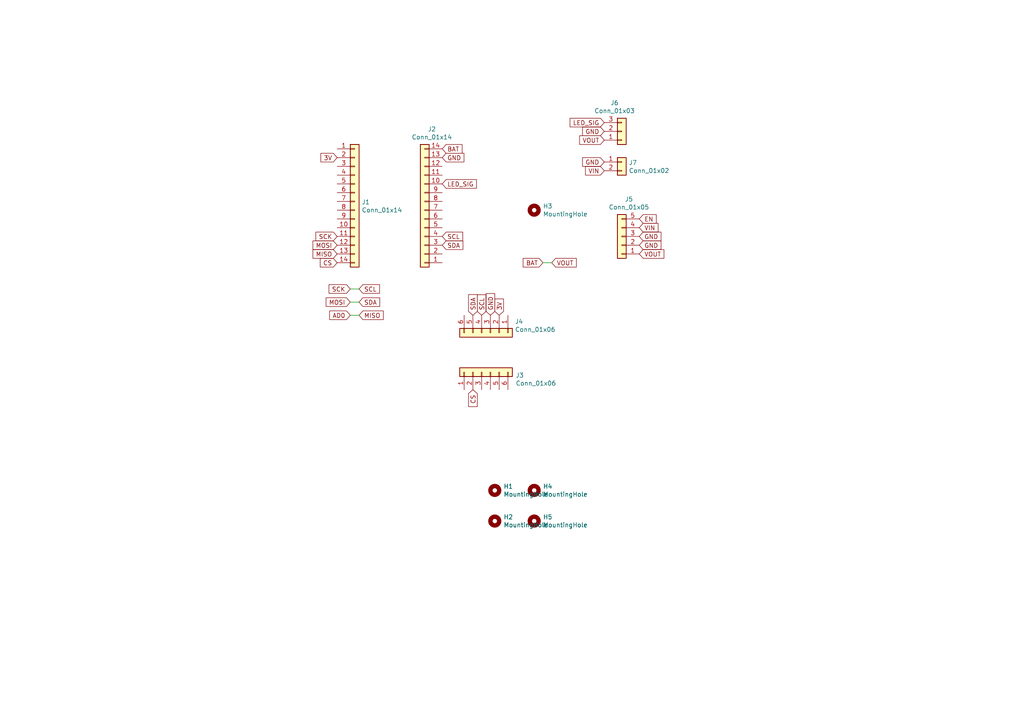
<source format=kicad_sch>
(kicad_sch (version 20230121) (generator eeschema)
  (paper "A4")
  (lib_symbols
    (symbol "Connector_Generic:Conn_01x02" (pin_names (offset 1.016) hide)
      (property "Reference" "J" (at 0 2.54 0))
      (property "Value" "Conn_01x02" (at 0 -5.08 0))
      (symbol "Conn_01x02_1_1"
        (rectangle (start -1.27 -2.413) (end 0 -2.667) (stroke (width 0.1524)))
        (rectangle (start -1.27 0.127) (end 0 -0.127) (stroke (width 0.1524)))
        (rectangle (start -1.27 1.27) (end 1.27 -3.81) (stroke (width 0.254)) (fill (type background)))
        (pin passive line (at -5.08 0 0) (length 3.81) (name "Pin_1") (number "1"))
        (pin passive line (at -5.08 -2.54 0) (length 3.81) (name "Pin_2") (number "2"))
      )
    )
    (symbol "Connector_Generic:Conn_01x03" (pin_names (offset 1.016) hide)
      (property "Reference" "J" (at 0 5.08 0))
      (property "Value" "Conn_01x03" (at 0 -5.08 0))
      (symbol "Conn_01x03_1_1"
        (rectangle (start -1.27 -2.413) (end 0 -2.667) (stroke (width 0.1524)))
        (rectangle (start -1.27 0.127) (end 0 -0.127) (stroke (width 0.1524)))
        (rectangle (start -1.27 2.667) (end 0 2.413) (stroke (width 0.1524)))
        (rectangle (start -1.27 3.81) (end 1.27 -3.81) (stroke (width 0.254)) (fill (type background)))
        (pin passive line (at -5.08 2.54 0) (length 3.81) (name "Pin_1") (number "1"))
        (pin passive line (at -5.08 0 0) (length 3.81) (name "Pin_2") (number "2"))
        (pin passive line (at -5.08 -2.54 0) (length 3.81) (name "Pin_3") (number "3"))
      )
    )
    (symbol "Connector_Generic:Conn_01x05" (pin_names (offset 1.016) hide)
      (property "Reference" "J" (at 0 7.62 0))
      (property "Value" "Conn_01x05" (at 0 -7.62 0))
      (symbol "Conn_01x05_1_1"
        (rectangle (start -1.27 -4.953) (end 0 -5.207) (stroke (width 0.1524)))
        (rectangle (start -1.27 -2.413) (end 0 -2.667) (stroke (width 0.1524)))
        (rectangle (start -1.27 0.127) (end 0 -0.127) (stroke (width 0.1524)))
        (rectangle (start -1.27 2.667) (end 0 2.413) (stroke (width 0.1524)))
        (rectangle (start -1.27 5.207) (end 0 4.953) (stroke (width 0.1524)))
        (rectangle (start -1.27 6.35) (end 1.27 -6.35) (stroke (width 0.254)) (fill (type background)))
        (pin passive line (at -5.08 5.08 0) (length 3.81) (name "Pin_1") (number "1"))
        (pin passive line (at -5.08 2.54 0) (length 3.81) (name "Pin_2") (number "2"))
        (pin passive line (at -5.08 0 0) (length 3.81) (name "Pin_3") (number "3"))
        (pin passive line (at -5.08 -2.54 0) (length 3.81) (name "Pin_4") (number "4"))
        (pin passive line (at -5.08 -5.08 0) (length 3.81) (name "Pin_5") (number "5"))
      )
    )
    (symbol "Connector_Generic:Conn_01x06" (pin_names (offset 1.016) hide)
      (property "Reference" "J" (at 0 7.62 0))
      (property "Value" "Conn_01x06" (at 0 -10.16 0))
      (symbol "Conn_01x06_1_1"
        (rectangle (start -1.27 -7.493) (end 0 -7.747) (stroke (width 0.1524)))
        (rectangle (start -1.27 -4.953) (end 0 -5.207) (stroke (width 0.1524)))
        (rectangle (start -1.27 -2.413) (end 0 -2.667) (stroke (width 0.1524)))
        (rectangle (start -1.27 0.127) (end 0 -0.127) (stroke (width 0.1524)))
        (rectangle (start -1.27 2.667) (end 0 2.413) (stroke (width 0.1524)))
        (rectangle (start -1.27 5.207) (end 0 4.953) (stroke (width 0.1524)))
        (rectangle (start -1.27 6.35) (end 1.27 -8.89) (stroke (width 0.254)) (fill (type background)))
        (pin passive line (at -5.08 5.08 0) (length 3.81) (name "Pin_1") (number "1"))
        (pin passive line (at -5.08 2.54 0) (length 3.81) (name "Pin_2") (number "2"))
        (pin passive line (at -5.08 0 0) (length 3.81) (name "Pin_3") (number "3"))
        (pin passive line (at -5.08 -2.54 0) (length 3.81) (name "Pin_4") (number "4"))
        (pin passive line (at -5.08 -5.08 0) (length 3.81) (name "Pin_5") (number "5"))
        (pin passive line (at -5.08 -7.62 0) (length 3.81) (name "Pin_6") (number "6"))
      )
    )
    (symbol "Connector_Generic:Conn_01x14" (pin_names (offset 1.016) hide)
      (property "Reference" "J" (at 0 17.78 0))
      (property "Value" "Conn_01x14" (at 0 -20.32 0))
      (symbol "Conn_01x14_1_1"
        (rectangle (start -1.27 -17.653) (end 0 -17.907) (stroke (width 0.1524)))
        (rectangle (start -1.27 -15.113) (end 0 -15.367) (stroke (width 0.1524)))
        (rectangle (start -1.27 -12.573) (end 0 -12.827) (stroke (width 0.1524)))
        (rectangle (start -1.27 -10.033) (end 0 -10.287) (stroke (width 0.1524)))
        (rectangle (start -1.27 -7.493) (end 0 -7.747) (stroke (width 0.1524)))
        (rectangle (start -1.27 -4.953) (end 0 -5.207) (stroke (width 0.1524)))
        (rectangle (start -1.27 -2.413) (end 0 -2.667) (stroke (width 0.1524)))
        (rectangle (start -1.27 0.127) (end 0 -0.127) (stroke (width 0.1524)))
        (rectangle (start -1.27 2.667) (end 0 2.413) (stroke (width 0.1524)))
        (rectangle (start -1.27 5.207) (end 0 4.953) (stroke (width 0.1524)))
        (rectangle (start -1.27 7.747) (end 0 7.493) (stroke (width 0.1524)))
        (rectangle (start -1.27 10.287) (end 0 10.033) (stroke (width 0.1524)))
        (rectangle (start -1.27 12.827) (end 0 12.573) (stroke (width 0.1524)))
        (rectangle (start -1.27 15.367) (end 0 15.113) (stroke (width 0.1524)))
        (rectangle (start -1.27 16.51) (end 1.27 -19.05) (stroke (width 0.254)) (fill (type background)))
        (pin passive line (at -5.08 15.24 0) (length 3.81) (name "Pin_1") (number "1"))
        (pin passive line (at -5.08 -7.62 0) (length 3.81) (name "Pin_10") (number "10"))
        (pin passive line (at -5.08 -10.16 0) (length 3.81) (name "Pin_11") (number "11"))
        (pin passive line (at -5.08 -12.7 0) (length 3.81) (name "Pin_12") (number "12"))
        (pin passive line (at -5.08 -15.24 0) (length 3.81) (name "Pin_13") (number "13"))
        (pin passive line (at -5.08 -17.78 0) (length 3.81) (name "Pin_14") (number "14"))
        (pin passive line (at -5.08 12.7 0) (length 3.81) (name "Pin_2") (number "2"))
        (pin passive line (at -5.08 10.16 0) (length 3.81) (name "Pin_3") (number "3"))
        (pin passive line (at -5.08 7.62 0) (length 3.81) (name "Pin_4") (number "4"))
        (pin passive line (at -5.08 5.08 0) (length 3.81) (name "Pin_5") (number "5"))
        (pin passive line (at -5.08 2.54 0) (length 3.81) (name "Pin_6") (number "6"))
        (pin passive line (at -5.08 0 0) (length 3.81) (name "Pin_7") (number "7"))
        (pin passive line (at -5.08 -2.54 0) (length 3.81) (name "Pin_8") (number "8"))
        (pin passive line (at -5.08 -5.08 0) (length 3.81) (name "Pin_9") (number "9"))
      )
    )
    (symbol "Mechanical:MountingHole" (pin_names (offset 1.016))
      (property "Reference" "H" (at 0 5.08 0))
      (property "Value" "MountingHole" (at 0 3.175 0))
      (symbol "MountingHole_0_1"
        (circle (center 0 0) (radius 1.27) (stroke (width 1.27)))
      )
    )
  )
  (wire (pts (xy 101.6 83.82) (xy 104.14 83.82)))
  (wire (pts (xy 104.14 87.63) (xy 101.6 87.63)))
  (wire (pts (xy 157.48 76.2) (xy 160.02 76.2)))
  (wire (pts (xy 101.6 91.44) (xy 104.14 91.44)))
  (global_label "GND" (shape input) (at 128.27 45.72 0) (property "Intersheetrefs" "${INTERSHEET_REFS}" (effects hide)))
  (global_label "SCL" (shape input) (at 104.14 83.82 0) (property "Intersheetrefs" "${INTERSHEET_REFS}" (effects hide)))
  (global_label "BAT" (shape input) (at 128.27 43.18 0) (property "Intersheetrefs" "${INTERSHEET_REFS}" (effects hide)))
  (global_label "3V" (shape input) (at 144.78 91.44 90) (property "Intersheetrefs" "${INTERSHEET_REFS}" (effects hide)))
  (global_label "GND" (shape input) (at 185.42 68.58 0) (property "Intersheetrefs" "${INTERSHEET_REFS}" (effects hide)))
  (global_label "SDA" (shape input) (at 104.14 87.63 0) (property "Intersheetrefs" "${INTERSHEET_REFS}" (effects hide)))
  (global_label "GND" (shape input) (at 175.26 38.1 180) (property "Intersheetrefs" "${INTERSHEET_REFS}" (effects hide)))
  (global_label "BAT" (shape input) (at 157.48 76.2 180) (property "Intersheetrefs" "${INTERSHEET_REFS}" (effects hide)))
  (global_label "VOUT" (shape input) (at 160.02 76.2 0) (property "Intersheetrefs" "${INTERSHEET_REFS}" (effects hide)))
  (global_label "MISO" (shape input) (at 104.14 91.44 0) (property "Intersheetrefs" "${INTERSHEET_REFS}" (effects hide)))
  (global_label "EN" (shape input) (at 185.42 63.5 0) (property "Intersheetrefs" "${INTERSHEET_REFS}" (effects hide)))
  (global_label "VOUT" (shape input) (at 175.26 40.64 180) (property "Intersheetrefs" "${INTERSHEET_REFS}" (effects hide)))
  (global_label "SDA" (shape input) (at 128.27 71.12 0) (property "Intersheetrefs" "${INTERSHEET_REFS}" (effects hide)))
  (global_label "SDA" (shape input) (at 137.16 91.44 90) (property "Intersheetrefs" "${INTERSHEET_REFS}" (effects hide)))
  (global_label "CS" (shape input) (at 97.79 76.2 180) (property "Intersheetrefs" "${INTERSHEET_REFS}" (effects hide)))
  (global_label "GND" (shape input) (at 142.24 91.44 90) (property "Intersheetrefs" "${INTERSHEET_REFS}" (effects hide)))
  (global_label "CS" (shape input) (at 137.16 113.03 270) (property "Intersheetrefs" "${INTERSHEET_REFS}" (effects hide)))
  (global_label "MOSI" (shape input) (at 97.79 71.12 180) (property "Intersheetrefs" "${INTERSHEET_REFS}" (effects hide)))
  (global_label "SCL" (shape input) (at 139.7 91.44 90) (property "Intersheetrefs" "${INTERSHEET_REFS}" (effects hide)))
  (global_label "MISO" (shape input) (at 97.79 73.66 180) (property "Intersheetrefs" "${INTERSHEET_REFS}" (effects hide)))
  (global_label "AD0" (shape input) (at 101.6 91.44 180) (property "Intersheetrefs" "${INTERSHEET_REFS}" (effects hide)))
  (global_label "SCL" (shape input) (at 128.27 68.58 0) (property "Intersheetrefs" "${INTERSHEET_REFS}" (effects hide)))
  (global_label "VOUT" (shape input) (at 185.42 73.66 0) (property "Intersheetrefs" "${INTERSHEET_REFS}" (effects hide)))
  (global_label "SCK" (shape input) (at 101.6 83.82 180) (property "Intersheetrefs" "${INTERSHEET_REFS}" (effects hide)))
  (global_label "SCK" (shape input) (at 97.79 68.58 180) (property "Intersheetrefs" "${INTERSHEET_REFS}" (effects hide)))
  (global_label "LED_SIG" (shape input) (at 175.26 35.56 180) (property "Intersheetrefs" "${INTERSHEET_REFS}" (effects hide)))
  (global_label "3V" (shape input) (at 97.79 45.72 180) (property "Intersheetrefs" "${INTERSHEET_REFS}" (effects hide)))
  (global_label "GND" (shape input) (at 175.26 46.99 180) (property "Intersheetrefs" "${INTERSHEET_REFS}" (effects hide)))
  (global_label "GND" (shape input) (at 185.42 71.12 0) (property "Intersheetrefs" "${INTERSHEET_REFS}" (effects hide)))
  (global_label "MOSI" (shape input) (at 101.6 87.63 180) (property "Intersheetrefs" "${INTERSHEET_REFS}" (effects hide)))
  (global_label "VIN" (shape input) (at 175.26 49.53 180) (property "Intersheetrefs" "${INTERSHEET_REFS}" (effects hide)))
  (global_label "LED_SIG" (shape input) (at 128.27 53.34 0) (property "Intersheetrefs" "${INTERSHEET_REFS}" (effects hide)))
  (global_label "VIN" (shape input) (at 185.42 66.04 0) (property "Intersheetrefs" "${INTERSHEET_REFS}" (effects hide)))
  (symbol (lib_id "Connector_Generic:Conn_01x14") (at 102.87 58.42 0) (unit 1)
    (property "Reference" "J1" (at 104.902 58.6232 0) (effects (justify left)))
    (property "Value" "Conn_01x14" (at 104.902 60.9346 0) (effects (justify left)))
    (property "Footprint" "Connector_PinHeader_2.54mm:PinHeader_1x14_P2.54mm_Vertical" (effects hide))
  )
  (symbol (lib_id "Connector_Generic:Conn_01x14") (at 123.19 60.96 180) (unit 1)
    (property "Reference" "J2" (at 125.2728 37.465 0))
    (property "Value" "Conn_01x14" (at 125.2728 39.7764 0))
    (property "Footprint" "Connector_PinHeader_2.54mm:PinHeader_1x14_P2.54mm_Vertical" (effects hide))
  )
  (symbol (lib_id "Connector_Generic:Conn_01x06") (at 142.24 96.52 270) (unit 1)
    (property "Reference" "J4" (at 149.352 93.2688 90) (effects (justify left)))
    (property "Value" "Conn_01x06" (at 149.352 95.5802 90) (effects (justify left)))
    (property "Footprint" "Connector_PinHeader_2.54mm:PinHeader_1x06_P2.54mm_Vertical" (effects hide))
  )
  (symbol (lib_id "Connector_Generic:Conn_01x06") (at 139.7 107.95 90) (unit 1)
    (property "Reference" "J3" (at 149.5552 108.8644 90) (effects (justify right)))
    (property "Value" "Conn_01x06" (at 149.5552 111.1758 90) (effects (justify right)))
    (property "Footprint" "Connector_PinHeader_2.54mm:PinHeader_1x06_P2.54mm_Vertical" (effects hide))
  )
  (symbol (lib_id "Connector_Generic:Conn_01x05") (at 180.34 68.58 180) (unit 1)
    (property "Reference" "J5" (at 182.4228 57.785 0))
    (property "Value" "Conn_01x05" (at 182.4228 60.0964 0))
    (property "Footprint" "Connector_PinHeader_2.54mm:PinHeader_1x05_P2.54mm_Vertical" (effects hide))
  )
  (symbol (lib_id "Connector_Generic:Conn_01x02") (at 180.34 46.99 0) (unit 1)
    (property "Reference" "J7" (at 182.372 47.1932 0) (effects (justify left)))
    (property "Value" "Conn_01x02" (at 182.372 49.5046 0) (effects (justify left)))
    (property "Footprint" "Connector_PinHeader_2.54mm:PinHeader_1x02_P2.54mm_Vertical" (effects hide))
  )
  (symbol (lib_id "Connector_Generic:Conn_01x03") (at 180.34 38.1 0) (mirror x) (unit 1)
    (property "Reference" "J6" (at 178.2572 29.845 0))
    (property "Value" "Conn_01x03" (at 178.2572 32.1564 0))
    (property "Footprint" "Connector_PinHeader_2.54mm:PinHeader_1x03_P2.54mm_Vertical" (effects hide))
  )
  (symbol (lib_id "Mechanical:MountingHole") (at 154.94 60.96 0) (unit 1)
    (property "Reference" "H3" (at 157.48 59.7916 0) (effects (justify left)))
    (property "Value" "MountingHole" (at 157.48 62.103 0) (effects (justify left)))
    (property "Footprint" "MountingHole:MountingHole_3.2mm_M3" (effects hide))
  )
  (symbol (lib_id "Mechanical:MountingHole") (at 143.51 142.24 0) (unit 1)
    (property "Reference" "H1" (at 146.05 141.0716 0) (effects (justify left)))
    (property "Value" "MountingHole" (at 146.05 143.383 0) (effects (justify left)))
    (property "Footprint" "MountingHole:MountingHole_3.2mm_M3" (effects hide))
  )
  (symbol (lib_id "Mechanical:MountingHole") (at 154.94 142.24 0) (unit 1)
    (property "Reference" "H4" (at 157.48 141.0716 0) (effects (justify left)))
    (property "Value" "MountingHole" (at 157.48 143.383 0) (effects (justify left)))
    (property "Footprint" "MountingHole:MountingHole_3.2mm_M3" (effects hide))
  )
  (symbol (lib_id "Mechanical:MountingHole") (at 143.51 151.13 0) (unit 1)
    (property "Reference" "H2" (at 146.05 149.9616 0) (effects (justify left)))
    (property "Value" "MountingHole" (at 146.05 152.273 0) (effects (justify left)))
    (property "Footprint" "MountingHole:MountingHole_3.2mm_M3" (effects hide))
  )
  (symbol (lib_id "Mechanical:MountingHole") (at 154.94 151.13 0) (unit 1)
    (property "Reference" "H5" (at 157.48 149.9616 0) (effects (justify left)))
    (property "Value" "MountingHole" (at 157.48 152.273 0) (effects (justify left)))
    (property "Footprint" "MountingHole:MountingHole_3.2mm_M3" (effects hide))
  )
)
</source>
